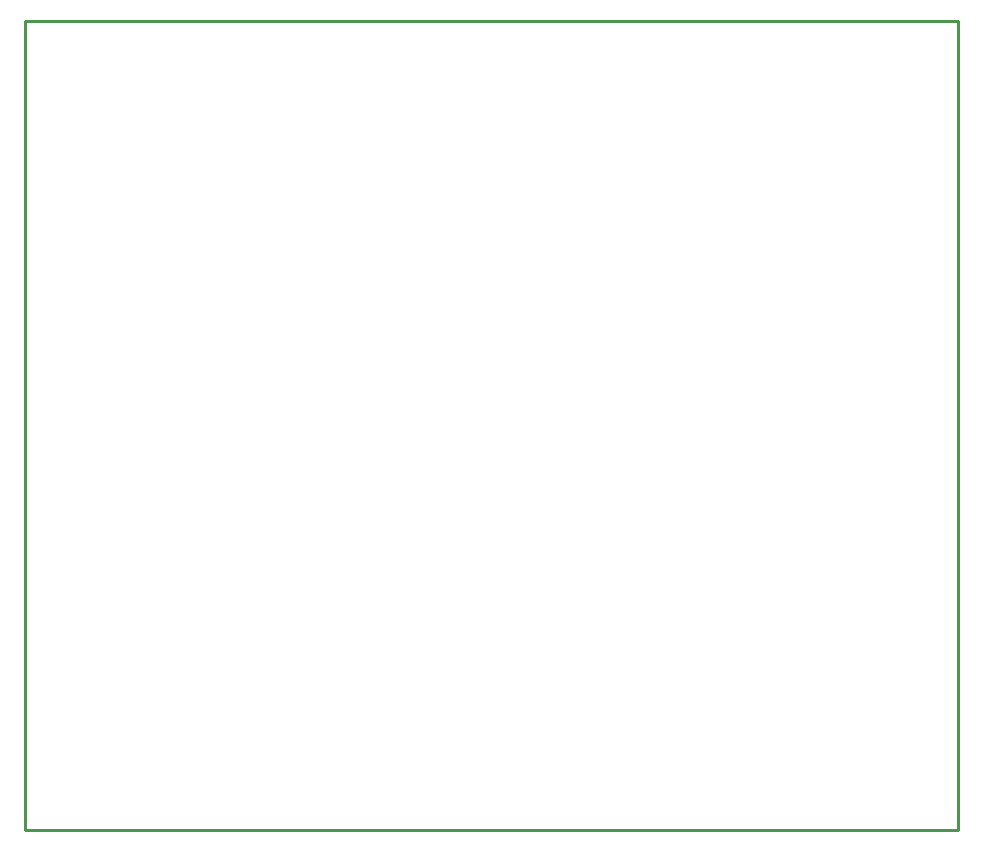
<source format=gbr>
G04 EAGLE Gerber RS-274X export*
G75*
%MOMM*%
%FSLAX34Y34*%
%LPD*%
%IN*%
%IPPOS*%
%AMOC8*
5,1,8,0,0,1.08239X$1,22.5*%
G01*
%ADD10C,0.254000*%


D10*
X-50000Y-100000D02*
X740000Y-100000D01*
X740000Y585000D01*
X-50000Y585000D01*
X-50000Y-100000D01*
M02*

</source>
